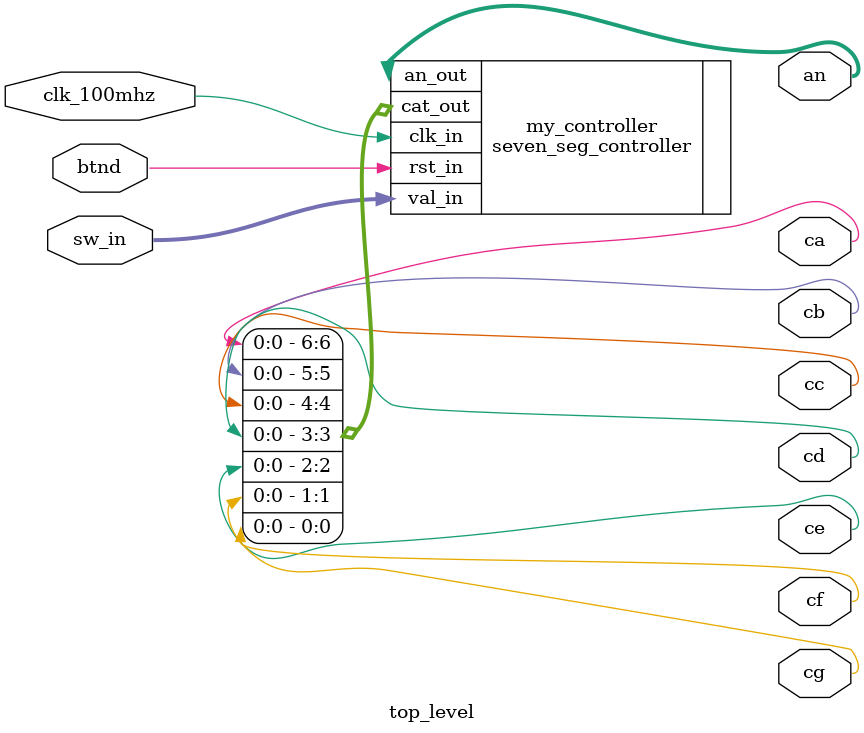
<source format=sv>
`timescale 1ns / 1ps


module top_level(input [15:0]        sw_in,
                 input               btnd,
                 input               clk_100mhz,
                 output logic        ca,
                 output logic        cb,
                 output logic        cc,
                 output logic        cd,
                 output logic        ce,
                 output logic        cf,
                 output logic        cg,
                 output logic[7:0]   an
    );

    seven_seg_controller my_controller ( .val_in(sw_in), .rst_in(btnd), .clk_in(clk_100mhz), .cat_out({ca,cb,cc,cd,ce,cf,cg}), .an_out(an));

endmodule

</source>
